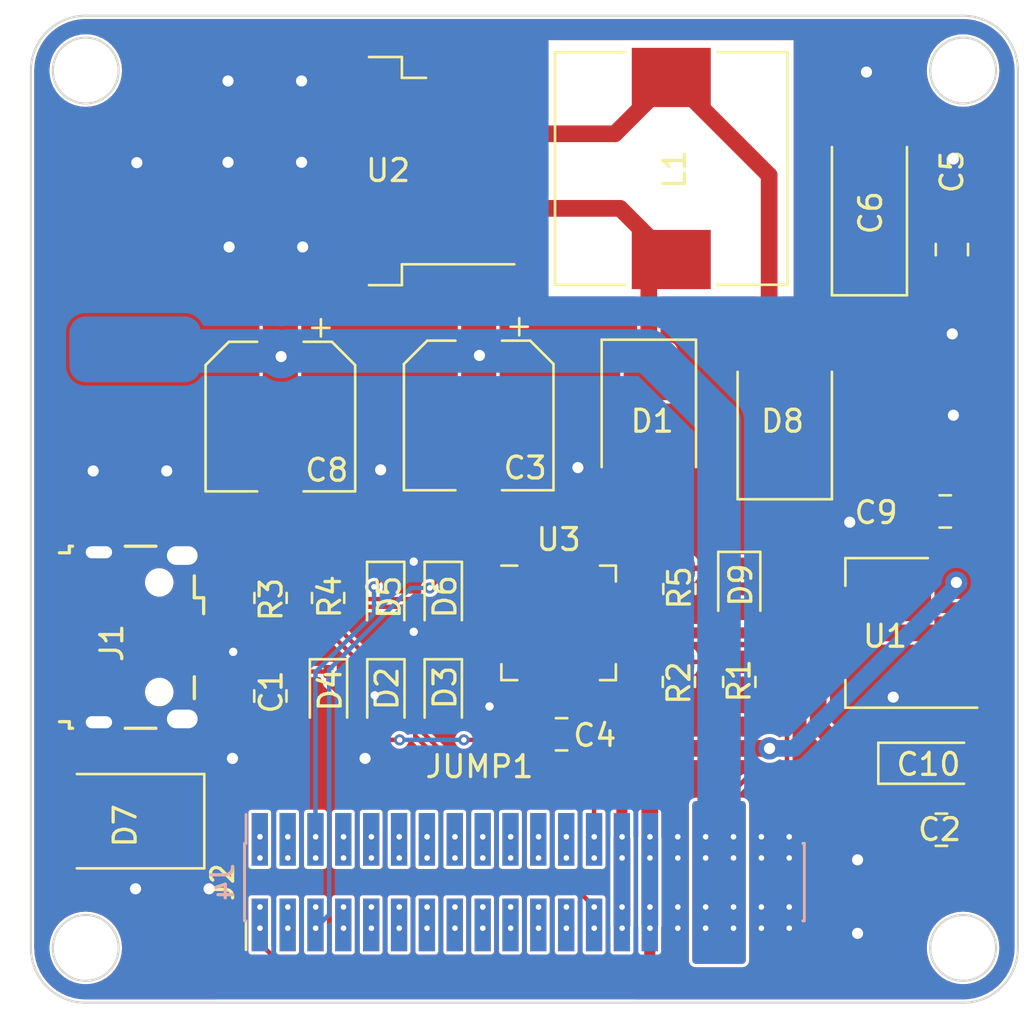
<source format=kicad_pcb>
(kicad_pcb (version 20221018) (generator pcbnew)
  (title_block (date "2023-06-14"))
  (layers (0 "F.Cu" signal) (31 "B.Cu" signal) (34 "B.Paste" user) (35 "F.Paste" user) (36 "B.SilkS" user "B.Silkscreen") (37 "F.SilkS" user "F.Silkscreen") (38 "B.Mask" user) (39 "F.Mask" user) (44 "Edge.Cuts" user))
  (net 0 "")
  (net 1 "+3.3V")
  (net 2 "GND")
  (net 3 "/SPI_CS")
  (net 4 "/SPI_CLK")
  (net 5 "/SPI_MOSI")
  (net 6 "/SPI_MISO")
  (net 7 "/I2C_CLK")
  (net 8 "/PWM_1")
  (net 9 "/PWM_2")
  (net 10 "/PWM_3")
  (net 11 "/PWM_4")
  (net 12 "/PWM_5")
  (net 13 "/PWM_6")
  (net 14 "/PWM_7")
  (net 15 "/PWM_8")
  (net 16 "/ADC_1")
  (net 17 "/ADC_3")
  (net 18 "/ADC_4")
  (net 19 "/UART1_RX")
  (net 20 "/UART1_TX")
  (net 21 "/ADC_2")
  (net 22 "/I2C_SDA")
  (net 23 "/UART2_RX")
  (net 24 "/CAN_L")
  (net 25 "/CAN_H")
  (net 26 "/USB-")
  (net 27 "/USB+")
  (net 28 "VBUS")
  (net 29 "+BATT")
  (net 30 "/UART2_TX")
  (net 31 "Net-(D8-A)")
  (net 32 "+5V")
  (net 33 "Net-(D1-K)")
  (net 34 "Net-(J1-D-)")
  (net 35 "Net-(J1-D+)")
  (net 58 "Net-(D9-K)")
  (net 59 "Net-(U3-VBUS)")
  (footprint "Resistor_SMD:R_0805_2012Metric" (layer "F.Cu") (at 80.2868 58.8554 90)
    (fp_text reference "R5")
    (fp_text value "10k")
  )
  (footprint "Capacitor_SMD:C_0805_2012Metric" (layer "F.Cu") (at 92.71 43.3832 90)
    (fp_text reference "C5")
    (fp_text value "0.1uF")
  )
  (footprint "Capacitor_SMD:C_0805_2012Metric" (layer "F.Cu") (at 92.232 69.832)
    (fp_text reference "C2")
    (fp_text value "0.1uF")
  )
  (footprint "Diode_SMD:D_SMB" (layer "F.Cu") (at 85.09 51.1048 90)
    (fp_text reference "D8")
    (fp_text value "SS54")
  )
  (footprint "Diode_SMD:D_SMB" (layer "F.Cu") (at 54.9656 69.4436 180)
    (fp_text reference "D7")
    (fp_text value "SS54")
  )
  (footprint "Capacitor_Tantalum_SMD:CP_EIA-6032-28_Kemet-C" (layer "F.Cu") (at 88.9508 41.7068 90)
    (fp_text reference "C6")
    (fp_text value "220uF")
  )
  (footprint "Capacitor_Tantalum_SMD:CP_EIA-3216-12_Kemet-S" (layer "F.Cu") (at 91.6644 66.802)
    (fp_text reference "C10")
    (fp_text value "47uF")
  )
  (footprint "Capacitor_SMD:CP_Elec_6.3x7.7" (layer "F.Cu") (at 71.1364 50.9448 -90)
    (fp_text reference "C3")
    (fp_text value "220uF")
  )
  (footprint "Connector_PinHeader_1.27mm:PinHeader_2x20_P1.27mm_Vertical_SMD" (layer "F.Cu") (at 73.22 72.22 90)
    (fp_text reference "J2")
    (fp_text value "TOP")
  )
  (footprint "Diode_SMD:D_SOD-323" (layer "F.Cu") (at 69.5198 63.6692 -90)
    (fp_text reference "D3")
    (fp_text value "1N5819")
  )
  (footprint "Diode_SMD:D_SOD-323" (layer "F.Cu") (at 69.5198 59.2299 -90)
    (fp_text reference "D6")
    (fp_text value "1N5819")
  )
  (footprint "LED_SMD:LED_0805_2012Metric" (layer "F.Cu") (at 83.0164 58.8495 -90)
    (fp_text reference "D9")
    (fp_text value "LED")
  )
  (footprint "Diode_SMD:D_SOD-323" (layer "F.Cu") (at 64.2874 63.6692 -90)
    (fp_text reference "D4")
    (fp_text value "1N5819")
  )
  (footprint "Inductor_SMD:L_10.4x10.4_H4.8" (layer "F.Cu") (at 79.9158 39.6858 90)
    (fp_text reference "L1")
    (fp_text value "47uH")
  )
  (footprint "Resistor_SMD:R_0805_2012Metric" (layer "F.Cu") (at 80.264 63.0936 -90)
    (fp_text reference "R2")
    (fp_text value "2k")
  )
  (footprint "Diode_SMD:D_SOD-323" (layer "F.Cu") (at 66.9036 63.6692 -90)
    (fp_text reference "D2")
    (fp_text value "1N5819")
  )
  (footprint "Package_DFN_QFN:QFN-28-1EP_5x5mm_P0.5mm_EP3.35x3.35mm" (layer "F.Cu") (at 74.78 60.4012)
    (fp_text reference "U3")
    (fp_text value "CP2102N-Axx-xQFN28")
  )
  (footprint "Capacitor_SMD:C_0805_2012Metric" (layer "F.Cu") (at 74.9148 65.4812 180)
    (fp_text reference "C4")
    (fp_text value "0.1uF")
  )
  (footprint "Package_TO_SOT_SMD:SOT-223-3_TabPin2" (layer "F.Cu") (at 89.7636 60.8584 180)
    (fp_text reference "U1")
    (fp_text value "LM1117MP-3.3")
  )
  (footprint "Diode_SMD:D_SMB" (layer "F.Cu") (at 78.8924 51.1498 -90)
    (fp_text reference "D1")
    (fp_text value "SS54")
  )
  (footprint "Capacitor_SMD:C_0805_2012Metric" (layer "F.Cu") (at 61.6376 63.7364 90)
    (fp_text reference "C1")
    (fp_text value "10uF")
  )
  (footprint "Resistor_SMD:R_0805_2012Metric" (layer "F.Cu") (at 83.0164 63.0936 90)
    (fp_text reference "R1")
    (fp_text value "10k")
  )
  (footprint "Package_TO_SOT_SMD:TO-263-5_TabPin3" (layer "F.Cu") (at 62.8096 39.8036 180)
    (fp_text reference "U2")
    (fp_text value "LM2596S-5")
  )
  (footprint "Capacitor_SMD:CP_Elec_6.3x7.7" (layer "F.Cu") (at 62.094 50.9956 -90)
    (fp_text reference "C8")
    (fp_text value "220uF")
  )
  (footprint "Resistor_SMD:R_0805_2012Metric" (layer "F.Cu") (at 64.270466 59.2649 -90)
    (fp_text reference "R4")
    (fp_text value "22")
  )
  (footprint "Resistor_SMD:R_0805_2012Metric" (layer "F.Cu") (at 61.6458 59.2649 -90)
    (fp_text reference "R3")
    (fp_text value "22")
  )
  (footprint "Connector_USB:USB_Micro-B_Wuerth_629105150521" (layer "F.Cu") (at 55.7714 61.0566 -90)
    (fp_text reference "J1")
    (fp_text value "USB_B_Micro")
  )
  (footprint "Capacitor_SMD:C_0805_2012Metric" (layer "F.Cu") (at 92.4048 55.3212 180)
    (fp_text reference "C9")
    (fp_text value "0.1uF")
  )
  (footprint "Resistor_SMD:R_01005_0402Metric" (layer "F.Cu") (at 71.7144 65.7352)
    (fp_text reference "JUMP1")
    (fp_text value "0")
  )
  (footprint "Diode_SMD:D_SOD-323" (layer "F.Cu") (at 66.895132 59.2299 -90)
    (fp_text reference "D5")
    (fp_text value "1N5819")
  )
  (footprint "Connector_PinHeader_1.27mm:PinHeader_2x20_P1.27mm_Vertical_SMD" (layer "B.Cu") (at 73.22 72.22 -90)
    (fp_text reference "J4")
    (fp_text value "BUTTOM")
  )
  (footprint "XT:XT30-PAD" (layer "B.Cu") (at 49.5616 45.4298 -90)
    (fp_text reference "J3" hide)
    (fp_text value "XT30PW-M" hide)
  )
  (gr_line locked (start 95.72 75.22) (end 95.72 35.22) (stroke (width 0.1)) (layer "Edge.Cuts"))
  (gr_arc locked (start 50.72 35.22) (mid 51.452233 33.452233) (end 53.22 32.72) (stroke (width 0.1)) (layer "Edge.Cuts"))
  (gr_circle locked (center 93.22 75.22) (end 91.72 75.22) (stroke (width 0.1)) (fill none) (layer "Edge.Cuts"))
  (gr_circle locked (center 53.22 35.22) (end 54.72 35.22) (stroke (width 0.1)) (fill none) (layer "Edge.Cuts"))
  (gr_line locked (start 93.22 32.72) (end 53.22 32.72) (stroke (width 0.1)) (layer "Edge.Cuts"))
  (gr_arc locked (start 93.22 32.72) (mid 94.987767 33.452233) (end 95.72 35.22) (stroke (width 0.1)) (layer "Edge.Cuts"))
  (gr_arc locked (start 95.72 75.22) (mid 94.987767 76.987767) (end 93.22 77.72) (stroke (width 0.1)) (layer "Edge.Cuts"))
  (gr_circle locked (center 93.22 35.22) (end 93.22 36.72) (stroke (width 0.1)) (fill none) (layer "Edge.Cuts"))
  (gr_line locked (start 53.22 77.72) (end 93.22 77.72) (stroke (width 0.1)) (layer "Edge.Cuts"))
  (gr_arc locked (start 53.22 77.72) (mid 51.452233 76.987767) (end 50.72 75.22) (stroke (width 0.1)) (layer "Edge.Cuts"))
  (gr_circle locked (center 53.22 75.22) (end 53.22 73.72) (stroke (width 0.1)) (fill none) (layer "Edge.Cuts"))
  (gr_line locked (start 50.72 35.22) (end 50.72 75.22) (stroke (width 0.1)) (layer "Edge.Cuts"))
  (segment (start 92.9136 60.8584) (end 86.6136 60.8584) (width 0.762) (layer "F.Cu") (net 1))
  (segment (start 90.3144 68.8644) (end 91.282 69.832) (width 0.762) (layer "F.Cu") (net 1))
  (segment (start 79.94591 60.8584) (end 86.6136 60.8584) (width 0.508) (layer "F.Cu") (net 1))
  (segment (start 90.3144 66.802) (end 90.3144 68.8644) (width 0.762) (layer "F.Cu") (net 1))
  (segment (start 83.0164 59.787) (end 83.021 59.7916) (width 0.254) (layer "F.Cu") (net 1))
  (segment (start 90.3144 66.802) (end 88.3412 66.802) (width 0.762) (layer "F.Cu") (net 1))
  (segment (start 88.3412 66.802) (end 86.6136 65.0744) (width 0.762) (layer "F.Cu") (net 1))
  (segment (start 83.021 59.7916) (end 86.5124 59.7916) (width 0.254) (layer "F.Cu") (net 1))
  (segment (start 86.6136 65.0744) (end 86.6136 60.8584) (width 0.762) (layer "F.Cu") (net 1))
  (segment (start 77.665 70.27) (end 77.665 63.13931) (width 0.508) (layer "F.Cu") (net 1))
  (segment (start 77.665 63.13931) (end 79.94591 60.8584) (width 0.508) (layer "F.Cu") (net 1))
  (segment (start 77.665 70.27) (end 77.665 74.17) (width 0.762) (layer "F.Cu") (net 1))
  (via (at 77.6732 74.3204) (size 0.508) (drill 0.254) (layers "F.Cu" "B.Cu") (net 1))
  (via (at 77.6732 71.12) (size 0.508) (drill 0.254) (layers "F.Cu" "B.Cu") (net 1))
  (via (at 77.6732 73.3552) (size 0.508) (drill 0.254) (layers "F.Cu" "B.Cu") (net 1))
  (via (at 77.6732 70.1548) (size 0.508) (drill 0.254) (layers "F.Cu" "B.Cu") (net 1))
  (segment (start 77.665 70.27) (end 77.665 74.17) (width 0.762) (layer "B.Cu") (net 1))
  (via (at 88.4092 74.5568) (size 1.016) (drill 0.508) (layers "F.Cu" "B.Cu") (net 2))
  (via (at 63.06 35.6948) (size 1.016) (drill 0.508) (layers "F.Cu" "B.Cu") (net 2))
  (via (at 59.758 43.264) (size 1.016) (drill 0.508) (layers "F.Cu" "B.Cu") (net 2))
  (via (at 55.4908 72.5248) (size 1.016) (drill 0.508) (layers "F.Cu" "B.Cu") (net 2))
  (via (at 85.2932 73.3552) (size 0.508) (drill 0.254) (layers "F.Cu" "B.Cu") (net 2))
  (via (at 84.0232 70.1548) (size 0.508) (drill 0.254) (layers "F.Cu" "B.Cu") (net 2))
  (via (at 88.4092 71.204) (size 1.016) (drill 0.508) (layers "F.Cu" "B.Cu") (net 2))
  (via (at 88.0536 55.8116) (size 1.016) (drill 0.508) (layers "F.Cu" "B.Cu") (net 2))
  (via (at 66.3956 63.7032) (size 0.762) (drill 0.381) (layers "F.Cu" "B.Cu") (net 2))
  (via (at 84.0232 73.3552) (size 0.508) (drill 0.254) (layers "F.Cu" "B.Cu") (net 2))
  (via (at 92.7272 47.2264) (size 1.016) (drill 0.508) (layers "F.Cu" "B.Cu") (net 2))
  (via (at 85.2932 70.1548) (size 0.508) (drill 0.254) (layers "F.Cu" "B.Cu") (net 2))
  (via (at 59.9104 66.5812) (size 1.016) (drill 0.508) (layers "F.Cu" "B.Cu") (net 2))
  (via (at 92.778 50.9348) (size 1.016) (drill 0.508) (layers "F.Cu" "B.Cu") (net 2))
  (via (at 71.628 64.2112) (size 0.762) (drill 0.381) (layers "F.Cu" "B.Cu") (net 2))
  (via (at 90.0348 63.7872) (size 1.016) (drill 0.508) (layers "F.Cu" "B.Cu") (net 2))
  (via (at 75.6584 53.3224) (size 1.016) (drill 0.508) (layers "F.Cu" "B.Cu") (net 2))
  (via (at 58.8436 72.5248) (size 1.016) (drill 0.508) (layers "F.Cu" "B.Cu") (net 2))
  (via (at 65.9556 66.5812) (size 1.016) (drill 0.508) (layers "F.Cu" "B.Cu") (net 2))
  (via (at 63.06 39.4032) (size 1.016) (drill 0.508) (layers "F.Cu" "B.Cu") (net 2))
  (via (at 85.2932 71.12) (size 0.508) (drill 0.254) (layers "F.Cu" "B.Cu") (net 2))
  (via (at 68.1736 60.8076) (size 0.762) (drill 0.381) (layers "F.Cu" "B.Cu") (net 2))
  (via (at 66.6668 53.424) (size 1.016) (drill 0.508) (layers "F.Cu" "B.Cu") (net 2))
  (via (at 59.944 61.722) (size 0.762) (drill 0.381) (layers "F.Cu" "B.Cu") (net 2))
  (via (at 59.7072 35.6948) (size 1.016) (drill 0.508) (layers "F.Cu" "B.Cu") (net 2))
  (via (at 80.2132 74.3204) (size 0.508) (drill 0.254) (layers "F.Cu" "B.Cu") (net 2))
  (via (at 53.5604 53.4748) (size 1.016) (drill 0.508) (layers "F.Cu" "B.Cu") (net 2))
  (via (at 63.1108 43.264) (size 1.016) (drill 0.508) (layers "F.Cu" "B.Cu") (net 2))
  (via (at 80.2132 73.3552) (size 0.508) (drill 0.254) (layers "F.Cu" "B.Cu") (net 2))
  (via (at 68.1736 57.6072) (size 0.762) (drill 0.381) (layers "F.Cu" "B.Cu") (net 2))
  (via (at 92.778 39.2508) (size 1.016) (drill 0.508) (layers "F.Cu" "B.Cu") (net 2))
  (via (at 59.7072 39.4032) (size 1.016) (drill 0.508) (layers "F.Cu" "B.Cu") (net 2))
  (via (at 56.9132 53.4748) (size 1.016) (drill 0.508) (layers "F.Cu" "B.Cu") (net 2))
  (via (at 84.0232 71.12) (size 0.508) (drill 0.254) (layers "F.Cu" "B.Cu") (net 2))
  (via (at 80.2132 70.1548) (size 0.508) (drill 0.254) (layers "F.Cu" "B.Cu") (net 2))
  (via (at 85.2932 74.3204) (size 0.508) (drill 0.254) (layers "F.Cu" "B.Cu") (net 2))
  (via (at 80.2132 71.12) (size 0.508) (drill 0.254) (layers "F.Cu" "B.Cu") (net 2))
  (via (at 84.0232 74.3204) (size 0.508) (drill 0.254) (layers "F.Cu" "B.Cu") (net 2))
  (via (at 55.5498 39.4208) (size 1.016) (drill 0.508) (layers "F.Cu" "B.Cu") (net 2))
  (via (at 88.8156 35.2884) (size 1.016) (drill 0.508) (layers "F.Cu" "B.Cu") (net 2))
  (via (at 67.5132 74.3204) (size 0.508) (drill 0.254) (layers "F.Cu" "B.Cu") (net 3))
  (via (at 67.5132 73.3552) (size 0.508) (drill 0.254) (layers "F.Cu" "B.Cu") (net 3))
  (via (at 67.5132 71.12) (size 0.508) (drill 0.254) (layers "F.Cu" "B.Cu") (net 4))
  (via (at 67.5132 70.1548) (size 0.508) (drill 0.254) (layers "F.Cu" "B.Cu") (net 4))
  (via (at 68.7832 73.3552) (size 0.508) (drill 0.254) (layers "F.Cu" "B.Cu") (net 5))
  (via (at 68.7832 74.3204) (size 0.508) (drill 0.254) (layers "F.Cu" "B.Cu") (net 5))
  (via (at 68.7832 71.12) (size 0.508) (drill 0.254) (layers "F.Cu" "B.Cu") (net 6))
  (via (at 68.7832 70.1548) (size 0.508) (drill 0.254) (layers "F.Cu" "B.Cu") (net 6))
  (via (at 66.2432 71.12) (size 0.508) (drill 0.254) (layers "F.Cu" "B.Cu") (net 7))
  (via (at 66.2432 70.1548) (size 0.508) (drill 0.254) (layers "F.Cu" "B.Cu") (net 7))
  (via (at 70.0532 73.3552) (size 0.508) (drill 0.254) (layers "F.Cu" "B.Cu") (net 8))
  (via (at 70.0532 74.3204) (size 0.508) (drill 0.254) (layers "F.Cu" "B.Cu") (net 8))
  (via (at 70.0532 71.12) (size 0.508) (drill 0.254) (layers "F.Cu" "B.Cu") (net 9))
  (via (at 70.0532 70.1548) (size 0.508) (drill 0.254) (layers "F.Cu" "B.Cu") (net 9))
  (via (at 71.3232 74.3204) (size 0.508) (drill 0.254) (layers "F.Cu" "B.Cu") (net 10))
  (via (at 71.3232 73.3552) (size 0.508) (drill 0.254) (layers "F.Cu" "B.Cu") (net 10))
  (via (at 71.3232 71.12) (size 0.508) (drill 0.254) (layers "F.Cu" "B.Cu") (net 11))
  (via (at 71.3232 70.1548) (size 0.508) (drill 0.254) (layers "F.Cu" "B.Cu") (net 11))
  (via (at 72.5932 74.3204) (size 0.508) (drill 0.254) (layers "F.Cu" "B.Cu") (net 12))
  (via (at 72.5932 73.3552) (size 0.508) (drill 0.254) (layers "F.Cu" "B.Cu") (net 12))
  (via (at 72.5932 71.12) (size 0.508) (drill 0.254) (layers "F.Cu" "B.Cu") (net 13))
  (via (at 72.5932 70.1548) (size 0.508) (drill 0.254) (layers "F.Cu" "B.Cu") (net 13))
  (via (at 73.8632 74.3204) (size 0.508) (drill 0.254) (layers "F.Cu" "B.Cu") (net 14))
  (via (at 73.8632 73.3552) (size 0.508) (drill 0.254) (layers "F.Cu" "B.Cu") (net 14))
  (via (at 73.8632 71.12) (size 0.508) (drill 0.254) (layers "F.Cu" "B.Cu") (net 15))
  (via (at 73.8632 70.1548) (size 0.508) (drill 0.254) (layers "F.Cu" "B.Cu") (net 15))
  (segment (start 77.4872 76.7412) (end 62.8962 76.7412) (width 0.2032) (layer "F.Cu") (net 16))
  (segment (start 61.155 75) (end 61.155 74.17) (width 0.2032) (layer "F.Cu") (net 16))
  (segment (start 79.34163 62.1811) (end 78.3 63.22273) (width 0.2032) (layer "F.Cu") (net 16))
  (segment (start 83.0164 62.1811) (end 80.264 62.1811) (width 0.2032) (layer "F.Cu") (net 16))
  (segment (start 62.8962 76.7412) (end 61.155 75) (width 0.2032) (layer "F.Cu") (net 16))
  (segment (start 78.3 75.9284) (end 77.4872 76.7412) (width 0.2032) (layer "F.Cu") (net 16))
  (segment (start 78.3 63.22273) (end 78.3 75.9284) (width 0.2032) (layer "F.Cu") (net 16))
  (segment (start 80.264 62.1811) (end 79.34163 62.1811) (width 0.2032) (layer "F.Cu") (net 16))
  (via (at 61.1632 73.3552) (size 0.508) (drill 0.254) (layers "F.Cu" "B.Cu") (net 16))
  (via (at 61.1632 74.3204) (size 0.508) (drill 0.254) (layers "F.Cu" "B.Cu") (net 16))
  (via (at 62.4332 74.3204) (size 0.508) (drill 0.254) (layers "F.Cu" "B.Cu") (net 17))
  (via (at 62.4332 73.3552) (size 0.508) (drill 0.254) (layers "F.Cu" "B.Cu") (net 17))
  (via (at 62.4332 71.12) (size 0.508) (drill 0.254) (layers "F.Cu" "B.Cu") (net 18))
  (via (at 62.4332 70.1548) (size 0.508) (drill 0.254) (layers "F.Cu" "B.Cu") (net 18))
  (segment (start 69.5198 58.1799) (end 68.902 58.7977) (width 0.2032) (layer "F.Cu") (net 19))
  (segment (start 69.5198 57.3274) (end 69.5198 58.1799) (width 0.2032) (layer "F.Cu") (net 19))
  (segment (start 73.9312 56.8276) (end 70.0196 56.8276) (width 0.2032) (layer "F.Cu") (net 19))
  (segment (start 70.0196 56.8276) (end 69.5198 57.3274) (width 0.2032) (layer "F.Cu") (net 19))
  (segment (start 68.902 58.7977) (end 68.902 58.810378) (width 0.2032) (layer "F.Cu") (net 19))
  (segment (start 74.28 57.1764) (end 73.9312 56.8276) (width 0.2032) (layer "F.Cu") (net 19))
  (segment (start 74.28 57.9512) (end 74.28 57.1764) (width 0.2032) (layer "F.Cu") (net 19))
  (via (at 68.902 58.810378) (size 0.508) (drill 0.254) (layers "F.Cu" "B.Cu") (net 19))
  (via (at 63.7032 73.3552) (size 0.508) (drill 0.254) (layers "F.Cu" "B.Cu") (net 19))
  (via (at 63.7032 74.3204) (size 0.508) (drill 0.254) (layers "F.Cu" "B.Cu") (net 19))
  (segment (start 64.319 62.5282) (end 68.036822 58.810378) (width 0.2032) (layer "B.Cu") (net 19))
  (segment (start 63.7032 74.3204) (end 64.319 73.7046) (width 0.2032) (layer "B.Cu") (net 19))
  (segment (start 68.036822 58.810378) (end 68.902 58.810378) (width 0.2032) (layer "B.Cu") (net 19))
  (segment (start 64.319 73.7046) (end 64.319 62.5282) (width 0.2032) (layer "B.Cu") (net 19))
  (segment (start 74.78 57.1684) (end 74.0836 56.472) (width 0.2032) (layer "F.Cu") (net 20))
  (segment (start 74.78 57.9512) (end 74.78 57.1684) (width 0.2032) (layer "F.Cu") (net 20))
  (segment (start 66.895132 56.954868) (end 66.895132 58.1799) (width 0.2032) (layer "F.Cu") (net 20))
  (segment (start 74.0836 56.472) (end 67.378 56.472) (width 0.2032) (layer "F.Cu") (net 20))
  (segment (start 66.362008 58.713024) (end 66.362008 58.758) (width 0.2032) (layer "F.Cu") (net 20))
  (segment (start 67.378 56.472) (end 66.895132 56.954868) (width 0.2032) (layer "F.Cu") (net 20))
  (segment (start 66.895132 58.1799) (end 66.362008 58.713024) (width 0.2032) (layer "F.Cu") (net 20))
  (via (at 66.362008 58.758) (size 0.508) (drill 0.254) (layers "F.Cu" "B.Cu") (net 20))
  (via (at 63.7032 71.12) (size 0.508) (drill 0.254) (layers "F.Cu" "B.Cu") (net 20))
  (via (at 63.7032 70.1548) (size 0.508) (drill 0.254) (layers "F.Cu" "B.Cu") (net 20))
  (segment (start 63.695 70.27) (end 63.695 62.6442) (width 0.2032) (layer "B.Cu") (net 20))
  (segment (start 66.362008 59.977192) (end 66.362008 58.758) (width 0.2032) (layer "B.Cu") (net 20))
  (segment (start 63.695 62.6442) (end 66.362008 59.977192) (width 0.2032) (layer "B.Cu") (net 20))
  (via (at 61.1632 70.1548) (size 0.508) (drill 0.254) (layers "F.Cu" "B.Cu") (net 21))
  (via (at 61.1632 71.12) (size 0.508) (drill 0.254) (layers "F.Cu" "B.Cu") (net 21))
  (via (at 66.2432 73.3552) (size 0.508) (drill 0.254) (layers "F.Cu" "B.Cu") (net 22))
  (via (at 66.2432 74.3204) (size 0.508) (drill 0.254) (layers "F.Cu" "B.Cu") (net 22))
  (via (at 64.9732 74.3204) (size 0.508) (drill 0.254) (layers "F.Cu" "B.Cu") (net 23))
  (via (at 64.9732 73.3552) (size 0.508) (drill 0.254) (layers "F.Cu" "B.Cu") (net 23))
  (via (at 75.1332 71.12) (size 0.508) (drill 0.254) (layers "F.Cu" "B.Cu") (net 24))
  (via (at 75.1332 70.1548) (size 0.508) (drill 0.254) (layers "F.Cu" "B.Cu") (net 24))
  (via (at 75.1332 74.3204) (size 0.508) (drill 0.254) (layers "F.Cu" "B.Cu") (net 25))
  (via (at 75.1332 73.3552) (size 0.508) (drill 0.254) (layers "F.Cu" "B.Cu") (net 25))
  (segment (start 72.33 60.9012) (end 71.105632 60.9012) (width 0.2) (layer "F.Cu") (net 26))
  (segment (start 68.5972 65.4128) (end 69.9196 66.7352) (width 0.2) (layer "F.Cu") (net 26))
  (segment (start 69.9196 66.7352) (end 75.144632 66.7352) (width 0.2) (layer "F.Cu") (net 26))
  (segment (start 71.105632 60.9012) (end 69.873632 59.6692) (width 0.2) (layer "F.Cu") (net 26))
  (segment (start 65.8049 59.6692) (end 65.2967 60.1774) (width 0.2) (layer "F.Cu") (net 26))
  (segment (start 76.395 67.985568) (end 76.395 70.27) (width 0.2) (layer "F.Cu") (net 26))
  (segment (start 69.873632 59.6692) (end 65.8049 59.6692) (width 0.2) (layer "F.Cu") (net 26))
  (segment (start 69.5198 62.6192) (end 69.4096 62.6192) (width 0.2) (layer "F.Cu") (net 26))
  (segment (start 68.8082 61.9076) (end 69.5198 62.6192) (width 0.2) (layer "F.Cu") (net 26))
  (segment (start 65.2967 60.1774) (end 64.270466 60.1774) (width 0.2) (layer "F.Cu") (net 26))
  (segment (start 69.4096 62.6192) (end 68.5972 63.4316) (width 0.2) (layer "F.Cu") (net 26))
  (segment (start 68.5972 63.4316) (end 68.5972 65.4128) (width 0.2) (layer "F.Cu") (net 26))
  (segment (start 75.144632 66.7352) (end 76.395 67.985568) (width 0.2) (layer "F.Cu") (net 26))
  (segment (start 66.000666 61.9076) (end 68.8082 61.9076) (width 0.2) (layer "F.Cu") (net 26))
  (segment (start 64.270466 60.1774) (end 66.000666 61.9076) (width 0.2) (layer "F.Cu") (net 26))
  (via (at 76.4032 71.12) (size 0.508) (drill 0.254) (layers "F.Cu" "B.Cu") (net 26))
  (via (at 76.4032 70.1548) (size 0.508) (drill 0.254) (layers "F.Cu" "B.Cu") (net 26))
  (segment (start 61.6458 60.1774) (end 62.4108 60.9424) (width 0.2) (layer "F.Cu") (net 27))
  (segment (start 76.395 73.34) (end 75.749 72.694) (width 0.2032) (layer "F.Cu") (net 27))
  (segment (start 64.4316 60.9424) (end 66.1084 62.6192) (width 0.2) (layer "F.Cu") (net 27))
  (segment (start 71.104 60.4012) (end 70.0196 59.3168) (width 0.2) (layer "F.Cu") (net 27))
  (segment (start 75.749 72.694) (end 75.749 67.8402) (width 0.2032) (layer "F.Cu") (net 27))
  (segment (start 63.4156 59.3168) (end 62.555 60.1774) (width 0.2) (layer "F.Cu") (net 27))
  (segment (start 72.33 60.4012) (end 71.104 60.4012) (width 0.2) (layer "F.Cu") (net 27))
  (segment (start 76.395 74.17) (end 76.395 73.34) (width 0.2032) (layer "F.Cu") (net 27))
  (segment (start 74.998 67.0892) (end 69.772968 67.0892) (width 0.2032) (layer "F.Cu") (net 27))
  (segment (start 68.2432 65.559432) (end 68.2432 63.9588) (width 0.2032) (layer "F.Cu") (net 27))
  (segment (start 66.1084 62.6192) (end 66.9036 62.6192) (width 0.2) (layer "F.Cu") (net 27))
  (segment (start 68.2432 63.9588) (end 66.9036 62.6192) (width 0.2032) (layer "F.Cu") (net 27))
  (segment (start 75.749 67.8402) (end 74.998 67.0892) (width 0.2032) (layer "F.Cu") (net 27))
  (segment (start 69.772968 67.0892) (end 68.2432 65.559432) (width 0.2032) (layer "F.Cu") (net 27))
  (segment (start 62.4108 60.9424) (end 64.4316 60.9424) (width 0.2) (layer "F.Cu") (net 27))
  (segment (start 62.555 60.1774) (end 61.6458 60.1774) (width 0.2) (layer "F.Cu") (net 27))
  (segment (start 70.0196 59.3168) (end 63.4156 59.3168) (width 0.2) (layer "F.Cu") (net 27))
  (via (at 76.4032 74.3204) (size 0.508) (drill 0.254) (layers "F.Cu" "B.Cu") (net 27))
  (via (at 76.4032 73.3552) (size 0.508) (drill 0.254) (layers "F.Cu" "B.Cu") (net 27))
  (segment (start 61.569861 62.854139) (end 56.931861 62.854139) (width 0.2032) (layer "F.Cu") (net 28))
  (segment (start 53.6794 59.7566) (end 51.884 61.552) (width 0.508) (layer "F.Cu") (net 28))
  (segment (start 71.4644 65.7352) (end 70.459228 65.7352) (width 0.2032) (layer "F.Cu") (net 28))
  (segment (start 56.4388 60.136) (end 56.8182 59.7566) (width 0.2032) (layer "F.Cu") (net 28))
  (segment (start 64.2874 62.6192) (end 61.8048 62.6192) (width 0.2032) (layer "F.Cu") (net 28))
  (segment (start 56.4388 62.361078) (end 56.4388 60.136) (width 0.2032) (layer "F.Cu") (net 28))
  (segment (start 61.8048 62.6192) (end 61.6376 62.7864) (width 0.2032) (layer "F.Cu") (net 28))
  (segment (start 56.931861 62.854139) (end 56.4388 62.361078) (width 0.2032) (layer "F.Cu") (net 28))
  (segment (start 51.884 61.552) (end 51.884 68.512) (width 0.508) (layer "F.Cu") (net 28))
  (segment (start 70.459228 65.7352) (end 70.45922 65.735192) (width 0.2032) (layer "F.Cu") (net 28))
  (segment (start 64.2874 63.135) (end 66.887592 65.735192) (width 0.2032) (layer "F.Cu") (net 28))
  (segment (start 51.884 68.512) (end 52.8156 69.4436) (width 0.508) (layer "F.Cu") (net 28))
  (segment (start 61.6376 62.7864) (end 61.569861 62.854139) (width 0.2032) (layer "F.Cu") (net 28))
  (segment (start 57.6714 59.7566) (end 53.6794 59.7566) (width 0.508) (layer "F.Cu") (net 28))
  (segment (start 66.887592 65.735192) (end 67.5304 65.735192) (width 0.2032) (layer "F.Cu") (net 28))
  (segment (start 64.2874 62.6192) (end 64.2874 63.135) (width 0.2032) (layer "F.Cu") (net 28))
  (segment (start 56.8182 59.7566) (end 57.6714 59.7566) (width 0.2032) (layer "F.Cu") (net 28))
  (via (at 67.5304 65.735192) (size 0.508) (drill 0.254) (layers "F.Cu" "B.Cu") (net 28))
  (via (at 70.45922 65.735192) (size 0.508) (drill 0.254) (layers "F.Cu" "B.Cu") (net 28))
  (segment (start 70.45922 65.735192) (end 67.5304 65.735192) (width 0.2032) (layer "B.Cu") (net 28))
  (segment (start 70.4596 43.2036) (end 70.6864 43.2036) (width 0.762) (layer "F.Cu") (net 29))
  (segment (start 84.6817 64.0061) (end 83.0164 64.0061) (width 0.2032) (layer "F.Cu") (net 29))
  (segment (start 84.8028 67.5464) (end 85.1916 67.1576) (width 0.2032) (layer "F.Cu") (net 29))
  (segment (start 85.1916 67.1576) (end 85.1916 64.516) (width 0.2032) (layer "F.Cu") (net 29))
  (segment (start 82.745 70.27) (end 82.745 68.0798) (width 0.2032) (layer "F.Cu") (net 29))
  (segment (start 71.1708 43.688) (end 71.1708 48.2104) (width 0.762) (layer "F.Cu") (net 29))
  (segment (start 85.1916 64.516) (end 84.6817 64.0061) (width 0.2032) (layer "F.Cu") (net 29))
  (segment (start 83.2784 67.5464) (end 84.8028 67.5464) (width 0.2032) (layer "F.Cu") (net 29))
  (segment (start 70.6864 43.2036) (end 71.1708 43.688) (width 0.762) (layer "F.Cu") (net 29))
  (segment (start 82.745 68.0798) (end 83.2784 67.5464) (width 0.2032) (layer "F.Cu") (net 29))
  (segment (start 71.1708 48.2104) (end 71.1364 48.2448) (width 0.762) (layer "F.Cu") (net 29))
  (via (at 71.1708 48.2092) (size 1.016) (drill 0.508) (layers "F.Cu" "B.Cu") (net 29))
  (via (at 62.1284 48.26) (size 1.016) (drill 0.508) (layers "F.Cu" "B.Cu") (net 29))
  (via (at 81.4832 71.12) (size 0.508) (drill 0.254) (layers "F.Cu" "B.Cu") (net 29))
  (via (at 81.4832 74.3204) (size 0.508) (drill 0.254) (layers "F.Cu" "B.Cu") (net 29))
  (via (at 81.4832 73.3552) (size 0.508) (drill 0.254) (layers "F.Cu" "B.Cu") (net 29))
  (via (at 82.7532 74.3204) (size 0.508) (drill 0.254) (layers "F.Cu" "B.Cu") (net 29))
  (via (at 82.7532 70.1548) (size 0.508) (drill 0.254) (layers "F.Cu" "B.Cu") (net 29))
  (via (at 82.7532 71.12) (size 0.508) (drill 0.254) (layers "F.Cu" "B.Cu") (net 29))
  (via (at 81.4832 70.1548) (size 0.508) (drill 0.254) (layers "F.Cu" "B.Cu") (net 29))
  (via (at 82.7532 73.3552) (size 0.508) (drill 0.254) (layers "F.Cu" "B.Cu") (net 29))
  (segment (start 56.134 48.006) (end 61.8744 48.006) (width 1.9812) (layer "B.Cu") (net 29))
  (segment (start 62.3824 48.006) (end 78.8924 48.006) (width 1.9812) (layer "B.Cu") (net 29))
  (segment (start 61.8744 48.006) (end 62.1284 48.26) (width 1.9812) (layer "B.Cu") (net 29))
  (segment (start 82.0928 51.2064) (end 82.0928 70.2564) (width 1.9812) (layer "B.Cu") (net 29))
  (segment (start 62.1284 48.26) (end 62.3824 48.006) (width 1.9812) (layer "B.Cu") (net 29))
  (segment (start 78.8924 48.006) (end 82.0928 51.2064) (width 1.9812) (layer "B.Cu") (net 29))
  (via (at 64.9732 71.12) (size 0.508) (drill 0.254) (layers "F.Cu" "B.Cu") (net 30))
  (via (at 64.9732 70.1548) (size 0.508) (drill 0.254) (layers "F.Cu" "B.Cu") (net 30))
  (segment (start 79.9158 35.5358) (end 84.3788 39.9988) (width 0.762) (layer "F.Cu") (net 31))
  (segment (start 89.1147 44.3332) (end 88.9508 44.1693) (width 0.762) (layer "F.Cu") (net 31))
  (segment (start 86.7824 48.9548) (end 88.9508 46.7864) (width 0.762) (layer "F.Cu") (net 31))
  (segment (start 92.71 44.3332) (end 89.1147 44.3332) (width 0.762) (layer "F.Cu") (net 31))
  (segment (start 77.348 38.1036) (end 70.4596 38.1036) (width 0.762) (layer "F.Cu") (net 31))
  (segment (start 85.09 48.9548) (end 86.7824 48.9548) (width 0.762) (layer "F.Cu") (net 31))
  (segment (start 79.9158 35.5358) (end 77.348 38.1036) (width 0.762) (layer "F.Cu") (net 31))
  (segment (start 88.9508 46.7864) (end 88.9508 44.1693) (width 0.762) (layer "F.Cu") (net 31))
  (segment (start 84.3788 48.2436) (end 85.09 48.9548) (width 0.762) (layer "F.Cu") (net 31))
  (segment (start 84.3788 39.9988) (end 84.3788 48.2436) (width 0.762) (layer "F.Cu") (net 31))
  (segment (start 78.935 67.013) (end 78.935 70.27) (width 0.762) (layer "F.Cu") (net 32))
  (segment (start 92.6248 53.2548) (end 93.3548 53.9848) (width 0.762) (layer "F.Cu") (net 32))
  (segment (start 78.935 76.11342) (end 78.935 74.17) (width 0.508) (layer "F.Cu") (net 32))
  (segment (start 57.1156 74.81) (end 59.554799 77.249199) (width 0.508) (layer "F.Cu") (net 32))
  (segment (start 93.3548 53.9848) (end 93.3548 55.3212) (width 0.762) (layer "F.Cu") (net 32))
  (segment (start 79.824 66.124) (end 78.935 67.013) (width 0.762) (layer "F.Cu") (net 32))
  (segment (start 93.3548 58.1172) (end 92.9136 58.5584) (width 0.762) (layer "F.Cu") (net 32))
  (segment (start 85.09 53.2548) (end 92.6248 53.2548) (width 0.762) (layer "F.Cu") (net 32))
  (segment (start 78.935 70.27) (end 78.935 74.17) (width 0.762) (layer "F.Cu") (net 32))
  (segment (start 77.799221 77.249199) (end 78.935 76.11342) (width 0.508) (layer "F.Cu") (net 32))
  (segment (start 93.3548 55.3212) (end 93.3548 58.1172) (width 0.762) (layer "F.Cu") (net 32))
  (segment (start 57.1156 69.4436) (end 57.1156 74.81) (width 0.508) (layer "F.Cu") (net 32))
  (segment (start 59.554799 77.249199) (end 77.799221 77.249199) (width 0.508) (layer "F.Cu") (net 32))
  (segment (start 84.396 66.124) (end 79.824 66.124) (width 0.762) (layer "F.Cu") (net 32))
  (via (at 78.9432 73.3552) (size 0.508) (drill 0.254) (layers "F.Cu" "B.Cu") (net 32))
  (via (at 84.396 66.124) (size 1.016) (drill 0.508) (layers "F.Cu" "B.Cu") (net 32))
  (via (at 78.9432 71.12) (size 0.508) (drill 0.254) (layers "F.Cu" "B.Cu") (net 32))
  (via (at 78.9432 70.1548) (size 0.508) (drill 0.254) (layers "F.Cu" "B.Cu") (net 32))
  (via (at 78.9432 74.3204) (size 0.508) (drill 0.254) (layers "F.Cu" "B.Cu") (net 32))
  (via (at 92.9136 58.5584) (size 1.016) (drill 0.508) (layers "F.Cu" "B.Cu") (net 32))
  (segment (start 78.935 70.27) (end 78.935 74.17) (width 0.762) (layer "B.Cu") (net 32))
  (segment (start 85.5136 66.124) (end 84.396 66.124) (width 0.762) (layer "B.Cu") (net 32))
  (segment (start 92.9136 58.5584) (end 92.9136 58.724) (width 0.762) (layer "B.Cu") (net 32))
  (segment (start 92.9136 58.724) (end 85.5136 66.124) (width 0.762) (layer "B.Cu") (net 32))
  (segment (start 78.8924 44.8592) (end 79.9158 43.8358) (width 0.762) (layer "F.Cu") (net 33))
  (segment (start 77.5836 41.5036) (end 79.9158 43.8358) (width 0.762) (layer "F.Cu") (net 33))
  (segment (start 78.8924 44.8564) (end 79.8576 43.8912) (width 0.508) (layer "F.Cu") (net 33))
  (segment (start 78.8924 48.9998) (end 78.8924 44.8564) (width 0.508) (layer "F.Cu") (net 33))
  (segment (start 70.4596 41.5036) (end 77.5836 41.5036) (width 0.762) (layer "F.Cu") (net 33))
  (segment (start 78.8924 48.9998) (end 78.8924 44.8592) (width 0.762) (layer "F.Cu") (net 33))
  (segment (start 59.1508 60.4066) (end 60.6216 58.9358) (width 0.2032) (layer "F.Cu") (net 34))
  (segment (start 61.034136 57.5388) (end 63.456866 57.5388) (width 0.2032) (layer "F.Cu") (net 34))
  (segment (start 60.6216 57.951336) (end 61.034136 57.5388) (width 0.2032) (layer "F.Cu") (net 34))
  (segment (start 57.6714 60.4066) (end 59.1508 60.4066) (width 0.2032) (layer "F.Cu") (net 34))
  (segment (start 60.6216 58.9358) (end 60.6216 57.951336) (width 0.2032) (layer "F.Cu") (net 34))
  (segment (start 63.456866 57.5388) (end 64.270466 58.3524) (width 0.2032) (layer "F.Cu") (net 34))
  (segment (start 59.0342 61.0566) (end 61.6458 58.445) (width 0.2032) (layer "F.Cu") (net 35))
  (segment (start 57.6714 61.0566) (end 59.0342 61.0566) (width 0.2032) (layer "F.Cu") (net 35))
  (segment (start 61.6458 58.445) (end 61.6458 58.3524) (width 0.2032) (layer "F.Cu") (net 35))
  (segment (start 83.0164 57.912) (end 80.3177 57.912) (width 0.254) (layer "F.Cu") (net 58))
  (segment (start 80.3177 57.912) (end 80.2868 57.9429) (width 0.254) (layer "F.Cu") (net 58))
  (segment (start 72.33 62.4748) (end 72.33 61.9012) (width 0.2032) (layer "F.Cu") (net 59))
  (segment (start 73.28 64.7964) (end 73.28 62.8512) (width 0.2032) (layer "F.Cu") (net 59))
  (segment (start 72.7064 62.8512) (end 72.33 62.4748) (width 0.2032) (layer "F.Cu") (net 59))
  (segment (start 71.9644 65.7352) (end 73.7108 65.7352) (width 0.2032) (layer "F.Cu") (net 59))
  (segment (start 73.28 62.8512) (end 72.7064 62.8512) (width 0.2032) (layer "F.Cu") (net 59))
  (segment (start 73.9648 65.4812) (end 73.28 64.7964) (width 0.2032) (layer "F.Cu") (net 59))
  (segment (start 73.7108 65.7352) (end 73.9648 65.4812) (width 0.2032) (layer "F.Cu") (net 59))
  (zone (net 0) (net_name "") (layers "F&B.Cu") (name "dcdc") (connect_pads yes (clearance 0)) (min_thickness 0.127)
    (keepout (tracks allowed) (vias allowed) (pads allowed) (copperpour not_allowed) (footprints allowed))
    (fill (thermal_gap 0.127) (thermal_bridge_width 0.127))
    (polygon (pts (xy 74.3204 33.8328) (xy 74.3204 45.5168) (xy 85.4964 45.5168) (xy 85.4964 33.8328)))
  )
  (zone (net 29) (net_name "+BATT") (layers "F&B.Cu") (name "batt") (priority 1) (connect_pads yes (clearance 0.1524)) (min_thickness 0.1524) (fill yes (thermal_gap 0.1524) (thermal_bridge_width 0.1524) (smoothing fillet) (radius 0.1524))
    (polygon (pts (xy 80.8736 68.5292) (xy 80.8736 75.946) (xy 83.312 75.946) (xy 83.312 68.5292)))
  )
  (zone (net 2) (net_name "GND") (layers "F&B.Cu") (name "gnd") (connect_pads yes (clearance 0.1524)) (min_thickness 0.1524) (fill yes (thermal_gap 0.1524) (thermal_bridge_width 0.1524) (smoothing fillet) (radius 0.1524))
    (polygon (pts (xy 50.038 32.004) (xy 96.012 32.004) (xy 96.012 78.232) (xy 50.038 78.232)))
  )
)
</source>
